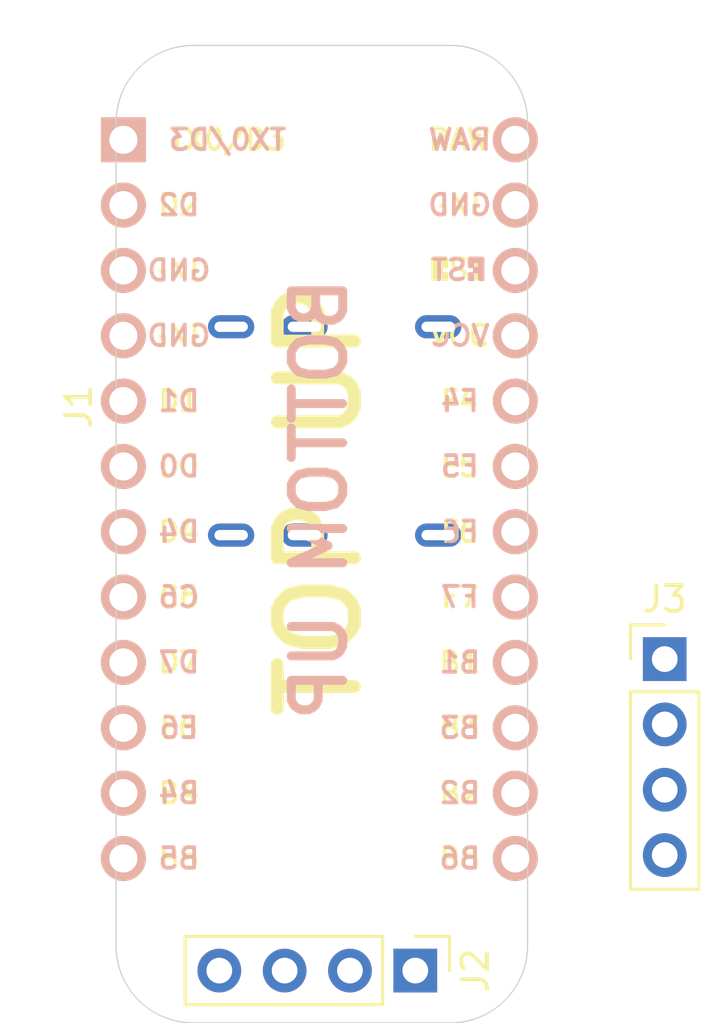
<source format=kicad_pcb>
(kicad_pcb (version 20171130) (host pcbnew "(5.1.4)-1")

  (general
    (thickness 1.6)
    (drawings 8)
    (tracks 0)
    (zones 0)
    (modules 4)
    (nets 6)
  )

  (page A4)
  (layers
    (0 F.Cu signal)
    (31 B.Cu signal)
    (32 B.Adhes user)
    (33 F.Adhes user)
    (34 B.Paste user)
    (35 F.Paste user)
    (36 B.SilkS user)
    (37 F.SilkS user)
    (38 B.Mask user)
    (39 F.Mask user)
    (40 Dwgs.User user)
    (41 Cmts.User user)
    (42 Eco1.User user)
    (43 Eco2.User user)
    (44 Edge.Cuts user)
    (45 Margin user)
    (46 B.CrtYd user)
    (47 F.CrtYd user)
    (48 B.Fab user)
    (49 F.Fab user)
  )

  (setup
    (last_trace_width 0.25)
    (trace_clearance 0.2)
    (zone_clearance 0.508)
    (zone_45_only no)
    (trace_min 0.2)
    (via_size 0.8)
    (via_drill 0.4)
    (via_min_size 0.4)
    (via_min_drill 0.3)
    (uvia_size 0.3)
    (uvia_drill 0.1)
    (uvias_allowed no)
    (uvia_min_size 0.2)
    (uvia_min_drill 0.1)
    (edge_width 0.05)
    (segment_width 0.2)
    (pcb_text_width 0.3)
    (pcb_text_size 1.5 1.5)
    (mod_edge_width 0.12)
    (mod_text_size 1 1)
    (mod_text_width 0.15)
    (pad_size 1.524 1.524)
    (pad_drill 0.762)
    (pad_to_mask_clearance 0.051)
    (solder_mask_min_width 0.25)
    (aux_axis_origin 0 0)
    (visible_elements FFFFFF7F)
    (pcbplotparams
      (layerselection 0x010fc_ffffffff)
      (usegerberextensions false)
      (usegerberattributes false)
      (usegerberadvancedattributes false)
      (creategerberjobfile false)
      (excludeedgelayer true)
      (linewidth 0.100000)
      (plotframeref false)
      (viasonmask false)
      (mode 1)
      (useauxorigin false)
      (hpglpennumber 1)
      (hpglpenspeed 20)
      (hpglpendiameter 15.000000)
      (psnegative false)
      (psa4output false)
      (plotreference true)
      (plotvalue true)
      (plotinvisibletext false)
      (padsonsilk false)
      (subtractmaskfromsilk false)
      (outputformat 1)
      (mirror false)
      (drillshape 1)
      (scaleselection 1)
      (outputdirectory ""))
  )

  (net 0 "")
  (net 1 GND)
  (net 2 VCC)
  (net 3 SCL)
  (net 4 SDA)
  (net 5 SERIAL)

  (net_class Default "This is the default net class."
    (clearance 0.2)
    (trace_width 0.25)
    (via_dia 0.8)
    (via_drill 0.4)
    (uvia_dia 0.3)
    (uvia_drill 0.1)
    (add_net GND)
    (add_net "Net-(J1-Pad1)")
    (add_net "Net-(U1-Pad10)")
    (add_net "Net-(U1-Pad11)")
    (add_net "Net-(U1-Pad12)")
    (add_net "Net-(U1-Pad13)")
    (add_net "Net-(U1-Pad14)")
    (add_net "Net-(U1-Pad15)")
    (add_net "Net-(U1-Pad16)")
    (add_net "Net-(U1-Pad17)")
    (add_net "Net-(U1-Pad18)")
    (add_net "Net-(U1-Pad19)")
    (add_net "Net-(U1-Pad2)")
    (add_net "Net-(U1-Pad20)")
    (add_net "Net-(U1-Pad22)")
    (add_net "Net-(U1-Pad24)")
    (add_net "Net-(U1-Pad7)")
    (add_net "Net-(U1-Pad8)")
    (add_net "Net-(U1-Pad9)")
    (add_net SCL)
    (add_net SDA)
    (add_net SERIAL)
    (add_net VCC)
  )

  (module "Custom Footies:PJ-606-6A" (layer F.Cu) (tedit 5EF95D35) (tstamp 60D875BE)
    (at -7.03 -2.65 90)
    (path /60DCC971)
    (fp_text reference J1 (at 0.95 -2.59 90) (layer F.SilkS)
      (effects (font (size 1 1) (thickness 0.15)))
    )
    (fp_text value Lily58-cache_MJ-4PP-9 (at -0.53 -4.79 90) (layer F.Fab)
      (effects (font (size 1 1) (thickness 0.15)))
    )
    (fp_line (start -3.35 0) (end -3.35 13) (layer Dwgs.User) (width 0.12))
    (fp_line (start -3.35 13) (end 3.35 13) (layer Dwgs.User) (width 0.12))
    (fp_line (start 3.35 13) (end 3.35 0) (layer Dwgs.User) (width 0.12))
    (fp_text user "Edge cuts" (at 0.16 6) (layer Dwgs.User)
      (effects (font (size 1 1) (thickness 0.15)))
    )
    (pad 1 thru_hole oval (at -4.05 3.35 90) (size 0.9 1.8) (drill oval 0.4 1.3) (layers *.Cu *.Mask))
    (pad 2 thru_hole oval (at -4.05 6.2 90) (size 0.9 1.8) (drill oval 0.4 1.3) (layers *.Cu *.Mask)
      (net 5 SERIAL))
    (pad 3 thru_hole oval (at -4.05 11.4 90) (size 0.9 1.8) (drill oval 0.4 1.3) (layers *.Cu *.Mask)
      (net 1 GND))
    (pad 4 thru_hole oval (at 4.05 11.4 90) (size 0.9 1.8) (drill oval 0.4 1.3) (layers *.Cu *.Mask)
      (net 2 VCC))
    (pad 6 thru_hole oval (at 4.05 3.35 90) (size 0.9 1.8) (drill oval 0.4 1.3) (layers *.Cu *.Mask))
    (pad 5 thru_hole oval (at 4.05 6.2 90) (size 0.9 1.8) (drill oval 0.4 1.3) (layers *.Cu *.Mask))
  )

  (module Connector_PinHeader_2.54mm:PinHeader_1x04_P2.54mm_Vertical (layer F.Cu) (tedit 59FED5CC) (tstamp 60D89224)
    (at 13.18 6.22)
    (descr "Through hole straight pin header, 1x04, 2.54mm pitch, single row")
    (tags "Through hole pin header THT 1x04 2.54mm single row")
    (path /60DD2E48)
    (fp_text reference J3 (at 0 -2.33) (layer F.SilkS)
      (effects (font (size 1 1) (thickness 0.15)))
    )
    (fp_text value 4PIN (at 0 9.95) (layer F.Fab)
      (effects (font (size 1 1) (thickness 0.15)))
    )
    (fp_text user %R (at 0 3.81 90) (layer F.Fab)
      (effects (font (size 1 1) (thickness 0.15)))
    )
    (fp_line (start 1.8 -1.8) (end -1.8 -1.8) (layer F.CrtYd) (width 0.05))
    (fp_line (start 1.8 9.4) (end 1.8 -1.8) (layer F.CrtYd) (width 0.05))
    (fp_line (start -1.8 9.4) (end 1.8 9.4) (layer F.CrtYd) (width 0.05))
    (fp_line (start -1.8 -1.8) (end -1.8 9.4) (layer F.CrtYd) (width 0.05))
    (fp_line (start -1.33 -1.33) (end 0 -1.33) (layer F.SilkS) (width 0.12))
    (fp_line (start -1.33 0) (end -1.33 -1.33) (layer F.SilkS) (width 0.12))
    (fp_line (start -1.33 1.27) (end 1.33 1.27) (layer F.SilkS) (width 0.12))
    (fp_line (start 1.33 1.27) (end 1.33 8.95) (layer F.SilkS) (width 0.12))
    (fp_line (start -1.33 1.27) (end -1.33 8.95) (layer F.SilkS) (width 0.12))
    (fp_line (start -1.33 8.95) (end 1.33 8.95) (layer F.SilkS) (width 0.12))
    (fp_line (start -1.27 -0.635) (end -0.635 -1.27) (layer F.Fab) (width 0.1))
    (fp_line (start -1.27 8.89) (end -1.27 -0.635) (layer F.Fab) (width 0.1))
    (fp_line (start 1.27 8.89) (end -1.27 8.89) (layer F.Fab) (width 0.1))
    (fp_line (start 1.27 -1.27) (end 1.27 8.89) (layer F.Fab) (width 0.1))
    (fp_line (start -0.635 -1.27) (end 1.27 -1.27) (layer F.Fab) (width 0.1))
    (pad 4 thru_hole oval (at 0 7.62) (size 1.7 1.7) (drill 1) (layers *.Cu *.Mask)
      (net 1 GND))
    (pad 3 thru_hole oval (at 0 5.08) (size 1.7 1.7) (drill 1) (layers *.Cu *.Mask)
      (net 2 VCC))
    (pad 2 thru_hole oval (at 0 2.54) (size 1.7 1.7) (drill 1) (layers *.Cu *.Mask)
      (net 3 SCL))
    (pad 1 thru_hole rect (at 0 0) (size 1.7 1.7) (drill 1) (layers *.Cu *.Mask)
      (net 4 SDA))
    (model ${KISYS3DMOD}/Connector_PinHeader_2.54mm.3dshapes/PinHeader_1x04_P2.54mm_Vertical.wrl
      (at (xyz 0 0 0))
      (scale (xyz 1 1 1))
      (rotate (xyz 0 0 0))
    )
  )

  (module Connector_PinHeader_2.54mm:PinHeader_1x04_P2.54mm_Vertical (layer F.Cu) (tedit 59FED5CC) (tstamp 60D8760B)
    (at 3.48 18.33 270)
    (descr "Through hole straight pin header, 1x04, 2.54mm pitch, single row")
    (tags "Through hole pin header THT 1x04 2.54mm single row")
    (path /60DCDFFE)
    (fp_text reference J2 (at 0 -2.33 90) (layer F.SilkS)
      (effects (font (size 1 1) (thickness 0.15)))
    )
    (fp_text value 4PIN (at 0 9.95 90) (layer F.Fab)
      (effects (font (size 1 1) (thickness 0.15)))
    )
    (fp_text user %R (at 0 3.81) (layer F.Fab)
      (effects (font (size 1 1) (thickness 0.15)))
    )
    (fp_line (start 1.8 -1.8) (end -1.8 -1.8) (layer F.CrtYd) (width 0.05))
    (fp_line (start 1.8 9.4) (end 1.8 -1.8) (layer F.CrtYd) (width 0.05))
    (fp_line (start -1.8 9.4) (end 1.8 9.4) (layer F.CrtYd) (width 0.05))
    (fp_line (start -1.8 -1.8) (end -1.8 9.4) (layer F.CrtYd) (width 0.05))
    (fp_line (start -1.33 -1.33) (end 0 -1.33) (layer F.SilkS) (width 0.12))
    (fp_line (start -1.33 0) (end -1.33 -1.33) (layer F.SilkS) (width 0.12))
    (fp_line (start -1.33 1.27) (end 1.33 1.27) (layer F.SilkS) (width 0.12))
    (fp_line (start 1.33 1.27) (end 1.33 8.95) (layer F.SilkS) (width 0.12))
    (fp_line (start -1.33 1.27) (end -1.33 8.95) (layer F.SilkS) (width 0.12))
    (fp_line (start -1.33 8.95) (end 1.33 8.95) (layer F.SilkS) (width 0.12))
    (fp_line (start -1.27 -0.635) (end -0.635 -1.27) (layer F.Fab) (width 0.1))
    (fp_line (start -1.27 8.89) (end -1.27 -0.635) (layer F.Fab) (width 0.1))
    (fp_line (start 1.27 8.89) (end -1.27 8.89) (layer F.Fab) (width 0.1))
    (fp_line (start 1.27 -1.27) (end 1.27 8.89) (layer F.Fab) (width 0.1))
    (fp_line (start -0.635 -1.27) (end 1.27 -1.27) (layer F.Fab) (width 0.1))
    (pad 4 thru_hole oval (at 0 7.62 270) (size 1.7 1.7) (drill 1) (layers *.Cu *.Mask)
      (net 1 GND))
    (pad 3 thru_hole oval (at 0 5.08 270) (size 1.7 1.7) (drill 1) (layers *.Cu *.Mask)
      (net 2 VCC))
    (pad 2 thru_hole oval (at 0 2.54 270) (size 1.7 1.7) (drill 1) (layers *.Cu *.Mask)
      (net 3 SCL))
    (pad 1 thru_hole rect (at 0 0 270) (size 1.7 1.7) (drill 1) (layers *.Cu *.Mask)
      (net 4 SDA))
    (model ${KISYS3DMOD}/Connector_PinHeader_2.54mm.3dshapes/PinHeader_1x04_P2.54mm_Vertical.wrl
      (at (xyz 0 0 0))
      (scale (xyz 1 1 1))
      (rotate (xyz 0 0 0))
    )
  )

  (module "Custom Footies:nice_nano" (layer F.Cu) (tedit 60C4E0D1) (tstamp 60D8767B)
    (at -0.25 0 270)
    (path /60DC8701)
    (fp_text reference U1 (at 0 1.625 90) (layer F.SilkS) hide
      (effects (font (size 1.27 1.524) (thickness 0.2032)))
    )
    (fp_text value ProMicro (at 0 0 90) (layer F.SilkS) hide
      (effects (font (size 1.27 1.524) (thickness 0.2032)))
    )
    (fp_text user "BOTTOM UP" (at 0 0 270) (layer B.SilkS)
      (effects (font (size 2 2) (thickness 0.35)) (justify mirror))
    )
    (fp_text user "TOP UP" (at 0 0 90) (layer F.SilkS)
      (effects (font (size 3 3) (thickness 0.5)))
    )
    (fp_text user B+ (at -16.53 -5.63) (layer B.SilkS) hide
      (effects (font (size 1 1) (thickness 0.15)) (justify mirror))
    )
    (fp_text user B+ (at -16.53 -5.62) (layer F.SilkS) hide
      (effects (font (size 1 1) (thickness 0.15)))
    )
    (fp_text user B- (at -16.55 5.43) (layer B.SilkS) hide
      (effects (font (size 1 1) (thickness 0.15)) (justify mirror))
    )
    (fp_text user B- (at -16.55 5.43) (layer F.SilkS) hide
      (effects (font (size 1 1) (thickness 0.15)))
    )
    (fp_line (start -15.24 6.35) (end -15.24 8.89) (layer Dwgs.User) (width 0.381))
    (fp_line (start -15.24 6.35) (end -15.24 8.89) (layer Dwgs.User) (width 0.381))
    (fp_line (start -19.304 -3.556) (end -14.224 -3.556) (layer Dwgs.User) (width 0.2))
    (fp_line (start -19.304 3.81) (end -19.304 -3.556) (layer Dwgs.User) (width 0.2))
    (fp_line (start -14.224 3.81) (end -19.304 3.81) (layer Dwgs.User) (width 0.2))
    (fp_line (start -14.224 -3.556) (end -14.224 3.81) (layer Dwgs.User) (width 0.2))
    (fp_line (start -17.78 8.89) (end -15.24 8.89) (layer Dwgs.User) (width 0.381))
    (fp_line (start -17.78 -8.89) (end -17.78 8.89) (layer Dwgs.User) (width 0.381))
    (fp_line (start -15.24 -8.89) (end -17.78 -8.89) (layer Dwgs.User) (width 0.381))
    (fp_line (start -17.78 -8.89) (end -17.78 8.89) (layer Dwgs.User) (width 0.381))
    (fp_line (start -17.78 8.89) (end 15.24 8.89) (layer Dwgs.User) (width 0.381))
    (fp_line (start 15.24 8.89) (end 15.24 -8.89) (layer Dwgs.User) (width 0.381))
    (fp_line (start 15.24 -8.89) (end -17.78 -8.89) (layer Dwgs.User) (width 0.381))
    (fp_poly (pts (xy -9.35097 -5.844635) (xy -9.25097 -5.844635) (xy -9.25097 -6.344635) (xy -9.35097 -6.344635)) (layer B.SilkS) (width 0.15))
    (fp_poly (pts (xy -9.35097 -5.844635) (xy -9.05097 -5.844635) (xy -9.05097 -5.944635) (xy -9.35097 -5.944635)) (layer B.SilkS) (width 0.15))
    (fp_poly (pts (xy -8.75097 -5.844635) (xy -8.55097 -5.844635) (xy -8.55097 -5.944635) (xy -8.75097 -5.944635)) (layer B.SilkS) (width 0.15))
    (fp_poly (pts (xy -9.35097 -6.244635) (xy -8.55097 -6.244635) (xy -8.55097 -6.344635) (xy -9.35097 -6.344635)) (layer B.SilkS) (width 0.15))
    (fp_poly (pts (xy -8.95097 -6.044635) (xy -8.85097 -6.044635) (xy -8.85097 -6.144635) (xy -8.95097 -6.144635)) (layer B.SilkS) (width 0.15))
    (fp_text user ST (at -8.91 -5.04) (layer B.SilkS)
      (effects (font (size 0.8 0.8) (thickness 0.15)) (justify mirror))
    )
    (fp_poly (pts (xy -8.76064 -4.931568) (xy -8.56064 -4.931568) (xy -8.56064 -4.831568) (xy -8.76064 -4.831568)) (layer F.SilkS) (width 0.15))
    (fp_poly (pts (xy -9.36064 -4.531568) (xy -8.56064 -4.531568) (xy -8.56064 -4.431568) (xy -9.36064 -4.431568)) (layer F.SilkS) (width 0.15))
    (fp_poly (pts (xy -9.36064 -4.931568) (xy -9.26064 -4.931568) (xy -9.26064 -4.431568) (xy -9.36064 -4.431568)) (layer F.SilkS) (width 0.15))
    (fp_poly (pts (xy -8.96064 -4.731568) (xy -8.86064 -4.731568) (xy -8.86064 -4.631568) (xy -8.96064 -4.631568)) (layer F.SilkS) (width 0.15))
    (fp_poly (pts (xy -9.36064 -4.931568) (xy -9.06064 -4.931568) (xy -9.06064 -4.831568) (xy -9.36064 -4.831568)) (layer F.SilkS) (width 0.15))
    (fp_line (start -12.7 6.35) (end -12.7 8.89) (layer Dwgs.User) (width 0.381))
    (fp_line (start -15.24 6.35) (end -12.7 6.35) (layer Dwgs.User) (width 0.381))
    (fp_line (start 15.24 -8.89) (end -15.24 -8.89) (layer Dwgs.User) (width 0.381))
    (fp_line (start 15.24 8.89) (end 15.24 -8.89) (layer Dwgs.User) (width 0.381))
    (fp_line (start -15.24 8.89) (end 15.24 8.89) (layer Dwgs.User) (width 0.381))
    (fp_text user TX0/D3 (at -13.97 3.571872) (layer F.SilkS)
      (effects (font (size 0.8 0.8) (thickness 0.15)))
    )
    (fp_text user TX0/D3 (at -13.97 3.571872) (layer B.SilkS)
      (effects (font (size 0.8 0.8) (thickness 0.15)) (justify mirror))
    )
    (fp_text user D2 (at -11.43 5.461) (layer F.SilkS)
      (effects (font (size 0.8 0.8) (thickness 0.15)))
    )
    (fp_text user D0 (at -1.27 5.461) (layer F.SilkS)
      (effects (font (size 0.8 0.8) (thickness 0.15)))
    )
    (fp_text user D1 (at -3.81 5.461) (layer F.SilkS)
      (effects (font (size 0.8 0.8) (thickness 0.15)))
    )
    (fp_text user GND (at -6.35 5.461) (layer F.SilkS)
      (effects (font (size 0.8 0.8) (thickness 0.15)))
    )
    (fp_text user GND (at -8.89 5.461) (layer F.SilkS)
      (effects (font (size 0.8 0.8) (thickness 0.15)))
    )
    (fp_text user D4 (at 1.27 5.461) (layer F.SilkS)
      (effects (font (size 0.8 0.8) (thickness 0.15)))
    )
    (fp_text user C6 (at 3.81 5.461) (layer F.SilkS)
      (effects (font (size 0.8 0.8) (thickness 0.15)))
    )
    (fp_text user D7 (at 6.35 5.461) (layer F.SilkS)
      (effects (font (size 0.8 0.8) (thickness 0.15)))
    )
    (fp_text user E6 (at 8.89 5.461) (layer F.SilkS)
      (effects (font (size 0.8 0.8) (thickness 0.15)))
    )
    (fp_text user B4 (at 11.43 5.461) (layer F.SilkS)
      (effects (font (size 0.8 0.8) (thickness 0.15)))
    )
    (fp_text user B5 (at 13.97 5.461) (layer F.SilkS)
      (effects (font (size 0.8 0.8) (thickness 0.15)))
    )
    (fp_text user B6 (at 13.97 -5.461) (layer F.SilkS)
      (effects (font (size 0.8 0.8) (thickness 0.15)))
    )
    (fp_text user B2 (at 11.43 -5.461) (layer B.SilkS)
      (effects (font (size 0.8 0.8) (thickness 0.15)) (justify mirror))
    )
    (fp_text user B3 (at 8.89 -5.461) (layer F.SilkS)
      (effects (font (size 0.8 0.8) (thickness 0.15)))
    )
    (fp_text user B1 (at 6.35 -5.461) (layer F.SilkS)
      (effects (font (size 0.8 0.8) (thickness 0.15)))
    )
    (fp_text user F7 (at 3.81 -5.461) (layer B.SilkS)
      (effects (font (size 0.8 0.8) (thickness 0.15)) (justify mirror))
    )
    (fp_text user F6 (at 1.27 -5.461) (layer B.SilkS)
      (effects (font (size 0.8 0.8) (thickness 0.15)) (justify mirror))
    )
    (fp_text user F5 (at -1.27 -5.461) (layer B.SilkS)
      (effects (font (size 0.8 0.8) (thickness 0.15)) (justify mirror))
    )
    (fp_text user F4 (at -3.81 -5.461) (layer F.SilkS)
      (effects (font (size 0.8 0.8) (thickness 0.15)))
    )
    (fp_text user VCC (at -6.35 -5.461) (layer F.SilkS)
      (effects (font (size 0.8 0.8) (thickness 0.15)))
    )
    (fp_text user ST (at -8.92 -5.73312) (layer F.SilkS)
      (effects (font (size 0.8 0.8) (thickness 0.15)))
    )
    (fp_text user GND (at -11.43 -5.461) (layer F.SilkS)
      (effects (font (size 0.8 0.8) (thickness 0.15)))
    )
    (fp_text user RAW (at -13.97 -5.461) (layer F.SilkS)
      (effects (font (size 0.8 0.8) (thickness 0.15)))
    )
    (fp_text user RAW (at -13.97 -5.461) (layer B.SilkS)
      (effects (font (size 0.8 0.8) (thickness 0.15)) (justify mirror))
    )
    (fp_text user GND (at -11.43 -5.461) (layer B.SilkS)
      (effects (font (size 0.8 0.8) (thickness 0.15)) (justify mirror))
    )
    (fp_text user VCC (at -6.35 -5.461) (layer B.SilkS)
      (effects (font (size 0.8 0.8) (thickness 0.15)) (justify mirror))
    )
    (fp_text user F4 (at -3.81 -5.461) (layer B.SilkS)
      (effects (font (size 0.8 0.8) (thickness 0.15)) (justify mirror))
    )
    (fp_text user F5 (at -1.27 -5.461) (layer F.SilkS)
      (effects (font (size 0.8 0.8) (thickness 0.15)))
    )
    (fp_text user F6 (at 1.27 -5.461) (layer F.SilkS)
      (effects (font (size 0.8 0.8) (thickness 0.15)))
    )
    (fp_text user F7 (at 3.81 -5.461) (layer F.SilkS)
      (effects (font (size 0.8 0.8) (thickness 0.15)))
    )
    (fp_text user B1 (at 6.35 -5.461) (layer B.SilkS)
      (effects (font (size 0.8 0.8) (thickness 0.15)) (justify mirror))
    )
    (fp_text user B3 (at 8.89 -5.461) (layer B.SilkS)
      (effects (font (size 0.8 0.8) (thickness 0.15)) (justify mirror))
    )
    (fp_text user B2 (at 11.43 -5.461) (layer F.SilkS)
      (effects (font (size 0.8 0.8) (thickness 0.15)))
    )
    (fp_text user B6 (at 13.97 -5.461) (layer B.SilkS)
      (effects (font (size 0.8 0.8) (thickness 0.15)) (justify mirror))
    )
    (fp_text user B5 (at 13.97 5.461) (layer B.SilkS)
      (effects (font (size 0.8 0.8) (thickness 0.15)) (justify mirror))
    )
    (fp_text user B4 (at 11.43 5.461) (layer B.SilkS)
      (effects (font (size 0.8 0.8) (thickness 0.15)) (justify mirror))
    )
    (fp_text user E6 (at 8.89 5.461) (layer B.SilkS)
      (effects (font (size 0.8 0.8) (thickness 0.15)) (justify mirror))
    )
    (fp_text user D7 (at 6.35 5.461) (layer B.SilkS)
      (effects (font (size 0.8 0.8) (thickness 0.15)) (justify mirror))
    )
    (fp_text user C6 (at 3.81 5.461) (layer B.SilkS)
      (effects (font (size 0.8 0.8) (thickness 0.15)) (justify mirror))
    )
    (fp_text user D4 (at 1.27 5.461) (layer B.SilkS)
      (effects (font (size 0.8 0.8) (thickness 0.15)) (justify mirror))
    )
    (fp_text user GND (at -8.89 5.461) (layer B.SilkS)
      (effects (font (size 0.8 0.8) (thickness 0.15)) (justify mirror))
    )
    (fp_text user GND (at -6.35 5.461) (layer B.SilkS)
      (effects (font (size 0.8 0.8) (thickness 0.15)) (justify mirror))
    )
    (fp_text user D1 (at -3.81 5.461) (layer B.SilkS)
      (effects (font (size 0.8 0.8) (thickness 0.15)) (justify mirror))
    )
    (fp_text user D0 (at -1.27 5.461) (layer B.SilkS)
      (effects (font (size 0.8 0.8) (thickness 0.15)) (justify mirror))
    )
    (fp_text user D2 (at -11.43 5.461) (layer B.SilkS)
      (effects (font (size 0.8 0.8) (thickness 0.15)) (justify mirror))
    )
    (fp_line (start -15.24 6.35) (end -12.7 6.35) (layer Dwgs.User) (width 0.381))
    (fp_line (start -12.7 6.35) (end -12.7 8.89) (layer Dwgs.User) (width 0.381))
    (pad 24 thru_hole circle (at -13.97 -7.62 270) (size 1.7526 1.7526) (drill 1.0922) (layers *.Cu *.SilkS *.Mask))
    (pad 12 thru_hole circle (at 13.97 7.62 270) (size 1.7526 1.7526) (drill 1.0922) (layers *.Cu *.SilkS *.Mask))
    (pad 23 thru_hole circle (at -11.43 -7.62 270) (size 1.7526 1.7526) (drill 1.0922) (layers *.Cu *.SilkS *.Mask)
      (net 1 GND))
    (pad 22 thru_hole circle (at -8.89 -7.62 270) (size 1.7526 1.7526) (drill 1.0922) (layers *.Cu *.SilkS *.Mask))
    (pad 21 thru_hole circle (at -6.35 -7.62 270) (size 1.7526 1.7526) (drill 1.0922) (layers *.Cu *.SilkS *.Mask)
      (net 2 VCC))
    (pad 20 thru_hole circle (at -3.81 -7.62 270) (size 1.7526 1.7526) (drill 1.0922) (layers *.Cu *.SilkS *.Mask))
    (pad 19 thru_hole circle (at -1.27 -7.62 270) (size 1.7526 1.7526) (drill 1.0922) (layers *.Cu *.SilkS *.Mask))
    (pad 18 thru_hole circle (at 1.27 -7.62 270) (size 1.7526 1.7526) (drill 1.0922) (layers *.Cu *.SilkS *.Mask))
    (pad 17 thru_hole circle (at 3.81 -7.62 270) (size 1.7526 1.7526) (drill 1.0922) (layers *.Cu *.SilkS *.Mask))
    (pad 16 thru_hole circle (at 6.35 -7.62 270) (size 1.7526 1.7526) (drill 1.0922) (layers *.Cu *.SilkS *.Mask))
    (pad 15 thru_hole circle (at 8.89 -7.62 270) (size 1.7526 1.7526) (drill 1.0922) (layers *.Cu *.SilkS *.Mask))
    (pad 14 thru_hole circle (at 11.43 -7.62 270) (size 1.7526 1.7526) (drill 1.0922) (layers *.Cu *.SilkS *.Mask))
    (pad 13 thru_hole circle (at 13.97 -7.62 270) (size 1.7526 1.7526) (drill 1.0922) (layers *.Cu *.SilkS *.Mask))
    (pad 11 thru_hole circle (at 11.43 7.62 270) (size 1.7526 1.7526) (drill 1.0922) (layers *.Cu *.SilkS *.Mask))
    (pad 10 thru_hole circle (at 8.89 7.62 270) (size 1.7526 1.7526) (drill 1.0922) (layers *.Cu *.SilkS *.Mask))
    (pad 9 thru_hole circle (at 6.35 7.62 270) (size 1.7526 1.7526) (drill 1.0922) (layers *.Cu *.SilkS *.Mask))
    (pad 8 thru_hole circle (at 3.81 7.62 270) (size 1.7526 1.7526) (drill 1.0922) (layers *.Cu *.SilkS *.Mask))
    (pad 7 thru_hole circle (at 1.27 7.62 270) (size 1.7526 1.7526) (drill 1.0922) (layers *.Cu *.SilkS *.Mask))
    (pad 6 thru_hole circle (at -1.27 7.62 270) (size 1.7526 1.7526) (drill 1.0922) (layers *.Cu *.SilkS *.Mask)
      (net 4 SDA))
    (pad 5 thru_hole circle (at -3.81 7.62 270) (size 1.7526 1.7526) (drill 1.0922) (layers *.Cu *.SilkS *.Mask)
      (net 3 SCL))
    (pad 4 thru_hole circle (at -6.35 7.62 270) (size 1.7526 1.7526) (drill 1.0922) (layers *.Cu *.SilkS *.Mask)
      (net 1 GND))
    (pad 3 thru_hole circle (at -8.89 7.62 270) (size 1.7526 1.7526) (drill 1.0922) (layers *.Cu *.SilkS *.Mask)
      (net 1 GND))
    (pad 2 thru_hole circle (at -11.43 7.62 270) (size 1.7526 1.7526) (drill 1.0922) (layers *.Cu *.SilkS *.Mask))
    (pad 1 thru_hole rect (at -13.97 7.62 270) (size 1.7526 1.7526) (drill 1.0922) (layers *.Cu *.SilkS *.Mask)
      (net 5 SERIAL))
    (model /Users/danny/Documents/proj/custom-keyboard/kicad-libs/3d_models/ArduinoProMicro.wrl
      (offset (xyz -13.96999979019165 -7.619999885559082 -5.841999912261963))
      (scale (xyz 0.395 0.395 0.395))
      (rotate (xyz 90 180 180))
    )
  )

  (gr_line (start -5.154681 -17.637499) (end 4.845318 -17.637499) (layer Edge.Cuts) (width 0.05))
  (gr_arc (start -5.154681 -14.637499) (end -5.154681 -17.637499) (angle -90) (layer Edge.Cuts) (width 0.05))
  (gr_line (start -8.154681 17.3625) (end -8.154681 -14.637499) (layer Edge.Cuts) (width 0.05))
  (gr_arc (start -5.154681 17.3625) (end -8.154681 17.3625) (angle -90) (layer Edge.Cuts) (width 0.05))
  (gr_line (start 4.845318 20.3625) (end -5.154681 20.3625) (layer Edge.Cuts) (width 0.05))
  (gr_arc (start 4.845318 17.3625) (end 4.845318 20.3625) (angle -90) (layer Edge.Cuts) (width 0.05))
  (gr_line (start 7.845318 -14.637499) (end 7.845318 17.3625) (layer Edge.Cuts) (width 0.05))
  (gr_arc (start 4.845318 -14.637499) (end 7.845318 -14.637499) (angle -90) (layer Edge.Cuts) (width 0.05))

)

</source>
